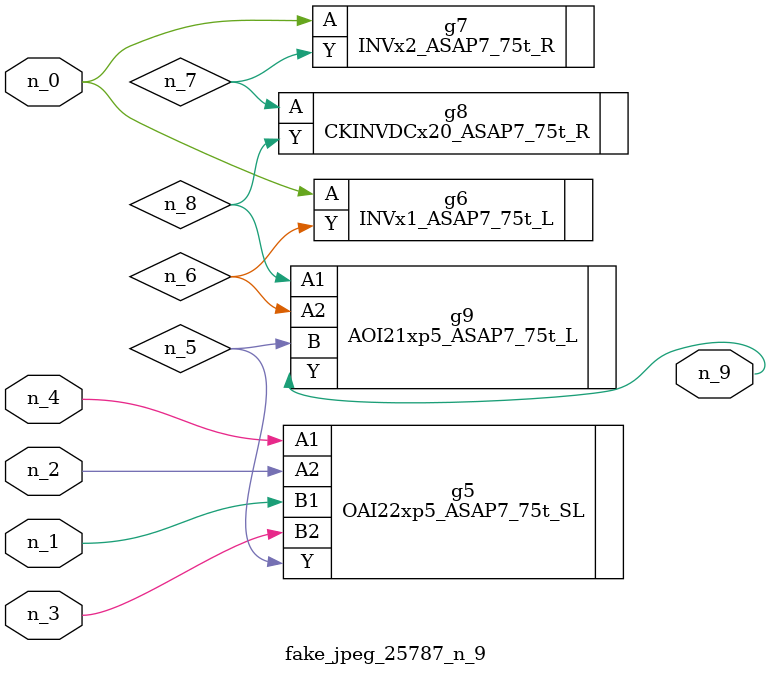
<source format=v>
module fake_jpeg_25787_n_9 (n_3, n_2, n_1, n_0, n_4, n_9);

input n_3;
input n_2;
input n_1;
input n_0;
input n_4;

output n_9;

wire n_8;
wire n_6;
wire n_5;
wire n_7;

OAI22xp5_ASAP7_75t_SL g5 ( 
.A1(n_4),
.A2(n_2),
.B1(n_1),
.B2(n_3),
.Y(n_5)
);

INVx1_ASAP7_75t_L g6 ( 
.A(n_0),
.Y(n_6)
);

INVx2_ASAP7_75t_R g7 ( 
.A(n_0),
.Y(n_7)
);

CKINVDCx20_ASAP7_75t_R g8 ( 
.A(n_7),
.Y(n_8)
);

AOI21xp5_ASAP7_75t_L g9 ( 
.A1(n_8),
.A2(n_6),
.B(n_5),
.Y(n_9)
);


endmodule
</source>
